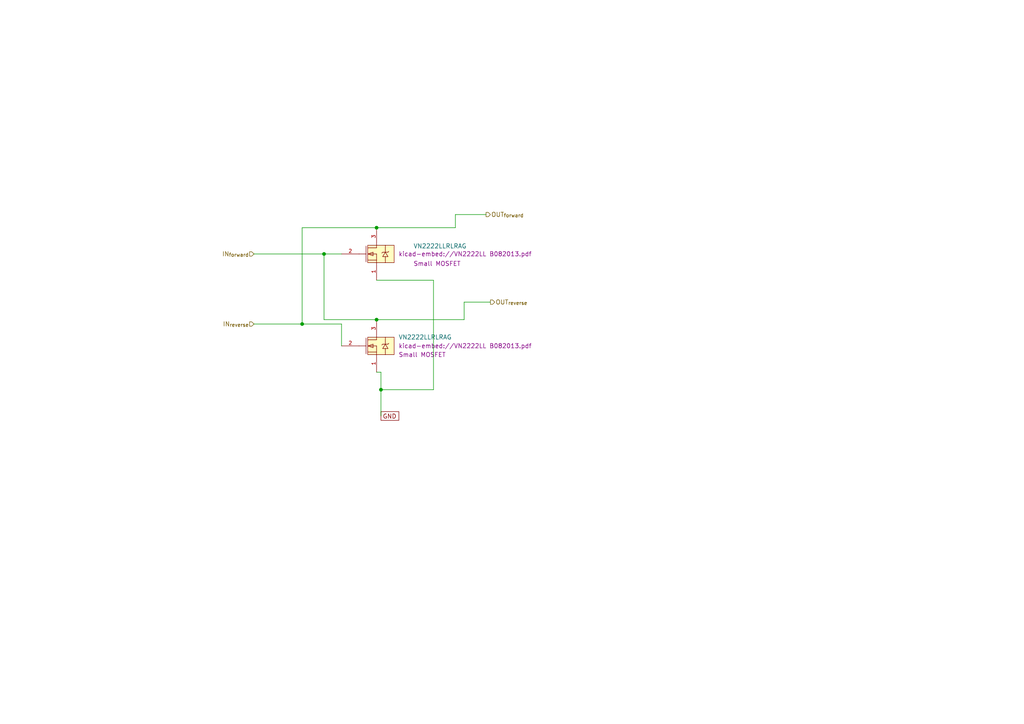
<source format=kicad_sch>
(kicad_sch (version 20250114) (generator "eeschema") (generator_version "9.0")
  (paper "A4")
  (lib_symbols
    (symbol "ENPH:VN2222LLRLRAG" (pin_names (offset 1.016))
      (property "Value" "VN2222LLRLRAG" (at 6.35 1.016 0))
      (property "Datasheet" "kicad-embed://VN2222LL B082013.pdf" (at 5.08 -19.304 0))
      (property "Description" "Small MOSFET" (at 5.08 -17.018 0))
      (symbol "VN2222LLRLRAG_0_0"
        (polyline (pts (xy 0 -2.54) (xy 2.032 -2.54)) (stroke (width 0.1524)))
        (polyline (pts (xy 2.032 -0.254) (xy 2.032 -4.826)) (stroke (width 0.1524)))
        (polyline (pts (xy 2.54 -0.254) (xy 2.54 -1.27)) (stroke (width 0.1524)))
        (polyline (pts (xy 2.54 -2.54) (xy 4.064 -2.032)) (stroke (width 0.1524)))
        (polyline (pts (xy 2.54 -3.048) (xy 2.54 -2.032)) (stroke (width 0.1524)))
        (polyline (pts (xy 2.54 -4.826) (xy 2.54 -3.81)) (stroke (width 0.1524)))
        (rectangle (start 2.54 -5.08) (end 10.16 0) (stroke (width 0.1524)) (fill (type background)))
        (polyline (pts (xy 4.064 -2.032) (xy 4.064 -3.048)) (stroke (width 0.1524)))
        (polyline (pts (xy 4.064 -3.048) (xy 2.54 -2.54)) (stroke (width 0.1524)))
        (polyline (pts (xy 5.08 -0.762) (xy 2.54 -0.762)) (stroke (width 0.1524)))
        (polyline (pts (xy 5.08 -0.762) (xy 5.08 0)) (stroke (width 0.1524)))
        (polyline (pts (xy 5.08 -2.54) (xy 2.54 -2.54)) (stroke (width 0.1524)))
        (polyline (pts (xy 5.08 -2.54) (xy 5.08 -5.08)) (stroke (width 0.1524)))
        (polyline (pts (xy 5.08 -4.318) (xy 2.54 -4.318)) (stroke (width 0.1524)))
        (polyline (pts (xy 6.858 -2.032) (xy 6.604 -2.286)) (stroke (width 0.1524)))
        (polyline (pts (xy 6.858 -2.032) (xy 8.382 -2.032)) (stroke (width 0.1524)))
        (polyline (pts (xy 6.858 -3.302) (xy 7.62 -2.032)) (stroke (width 0.1524)))
        (polyline (pts (xy 7.62 0) (xy 7.62 -2.032)) (stroke (width 0.1524)))
        (polyline (pts (xy 7.62 -2.032) (xy 8.382 -3.302)) (stroke (width 0.1524)))
        (polyline (pts (xy 7.62 -5.08) (xy 7.62 -3.302)) (stroke (width 0.1524)))
        (polyline (pts (xy 8.382 -2.032) (xy 8.636 -1.778)) (stroke (width 0.1524)))
        (polyline (pts (xy 8.382 -3.302) (xy 6.858 -3.302)) (stroke (width 0.1524)))
        (pin passive line (at -5.08 -2.54 0) (length 5.08) (name "~") (number "2"))
        (pin passive line (at 5.08 5.08 270) (length 5.08) (name "~") (number "3"))
        (pin passive line (at 5.08 -10.16 90) (length 5.08) (name "~") (number "1"))
      )
    )
  )
  (junction (at 93.98 73.66))
  (junction (at 109.22 66.04))
  (junction (at 110.49 113.03))
  (junction (at 109.22 92.71))
  (junction (at 87.63 93.98))
  (wire (pts (xy 109.22 66.04) (xy 132.08 66.04)))
  (wire (pts (xy 125.73 113.03) (xy 125.73 81.28)))
  (wire (pts (xy 110.49 113.03) (xy 110.49 107.95)))
  (wire (pts (xy 93.98 73.66) (xy 99.06 73.66)))
  (wire (pts (xy 73.66 93.98) (xy 87.63 93.98)))
  (wire (pts (xy 110.49 113.03) (xy 125.73 113.03)))
  (wire (pts (xy 87.63 66.04) (xy 109.22 66.04)))
  (wire (pts (xy 134.62 92.71) (xy 134.62 87.63)))
  (wire (pts (xy 87.63 93.98) (xy 87.63 66.04)))
  (wire (pts (xy 87.63 93.98) (xy 99.06 93.98)))
  (wire (pts (xy 134.62 87.63) (xy 142.24 87.63)))
  (wire (pts (xy 125.73 81.28) (xy 109.22 81.28)))
  (wire (pts (xy 132.08 62.23) (xy 140.97 62.23)))
  (wire (pts (xy 110.49 107.95) (xy 109.22 107.95)))
  (wire (pts (xy 93.98 92.71) (xy 109.22 92.71)))
  (wire (pts (xy 110.49 120.65) (xy 110.49 113.03)))
  (wire (pts (xy 73.66 73.66) (xy 93.98 73.66)))
  (wire (pts (xy 99.06 93.98) (xy 99.06 100.33)))
  (wire (pts (xy 109.22 92.71) (xy 134.62 92.71)))
  (wire (pts (xy 93.98 73.66) (xy 93.98 92.71)))
  (wire (pts (xy 132.08 66.04) (xy 132.08 62.23)))
  (global_label "GND" (shape passive) (at 110.49 120.65 0) (property "Intersheetrefs" "${INTERSHEET_REFS}" (effects (hide yes))))
  (hierarchical_label "OUT_{reverse}" (shape output) (at 142.24 87.63 0))
  (hierarchical_label "IN_{forward}" (shape input) (at 73.66 73.66 180))
  (hierarchical_label "IN_{reverse}" (shape input) (at 73.66 93.98 180))
  (hierarchical_label "OUT_{forward}" (shape output) (at 140.97 62.23 0))
  (symbol (lib_id "ENPH:VN2222LLRLRAG") (at 104.14 97.79 0) (unit 1)
    (property "Reference" "Q6" (effects (hide yes)))
    (property "Value" "VN2222LLRLRAG" (at 115.57 97.7899 0) (effects (justify left)))
    (property "Footprint" "Package_TO_SOT_THT:TO-92_HandSolder" (effects (hide yes)))
    (property "Datasheet" "kicad-embed://VN2222LL B082013.pdf" (at 115.57 100.3299 0) (effects (justify left)))
    (property "Description" "Small MOSFET" (at 115.57 102.8699 0) (effects (justify left)))
    (instances (project "HBridge" (path "" (reference "Q2") (unit 1)) (path "" (reference "Q6") (unit 1))))
  )
  (symbol (lib_id "ENPH:VN2222LLRLRAG") (at 104.14 71.12 0) (unit 1)
    (property "Reference" "Q5" (effects (hide yes)))
    (property "Value" "VN2222LLRLRAG" (at 119.888 71.374 0) (effects (justify left)))
    (property "Footprint" "Package_TO_SOT_THT:TO-92_HandSolder" (effects (hide yes)))
    (property "Datasheet" "kicad-embed://VN2222LL B082013.pdf" (at 115.57 73.6599 0) (effects (justify left)))
    (property "Description" "Small MOSFET" (at 119.888 76.454 0) (effects (justify left)))
    (instances (project "HBridge" (path "" (reference "Q1") (unit 1)) (path "" (reference "Q5") (unit 1))))
  )
)
</source>
